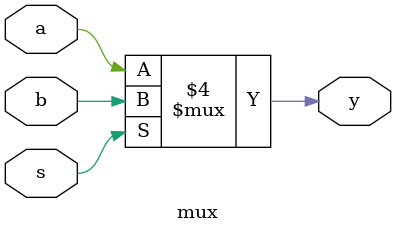
<source format=v>
`timescale 1ns / 1ps


module mux(input a,b,s,output reg y);

always@(*)
begin 
	if(s==1'b0)
		y=a;
	else
		y=b;
end
endmodule

</source>
